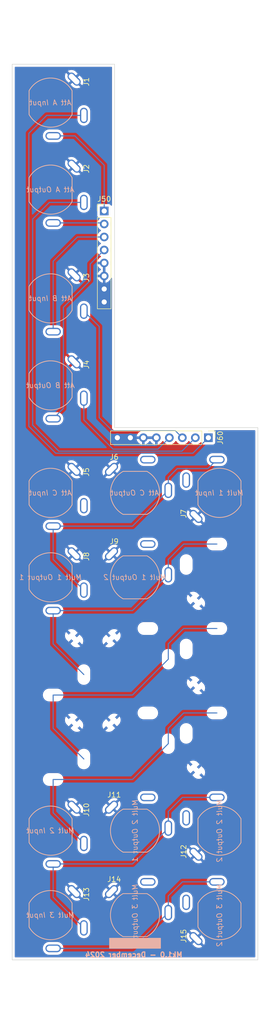
<source format=kicad_pcb>
(kicad_pcb (version 20241229) (generator "pcbnew") (generator_version "9.0")
  (title_block (rev "1") (company "DMH Instruments") (comment 1 "10cm Kosmo format synthesizer module PCB"))
  (layers (0 "F.Cu" signal) (2 "B.Cu" signal) (13 "F.Paste" user) (15 "B.Paste" user) (5 "F.SilkS" user "F.Silkscreen") (7 "B.SilkS" user "B.Silkscreen") (1 "F.Mask" user) (3 "B.Mask" user) (25 "Edge.Cuts" user))
  (net 0 "")
  (net 1 "/Inputs and Outputs/Att A Input Jack")
  (net 2 "Net-(J60-Pin_1)")
  (net 3 "GND")
  (net 4 "/Inputs and Outputs/Att A Output Jack")
  (net 5 "Net-(J60-Pin_2)")
  (net 6 "/Inputs and Outputs/Att B Input Jack")
  (net 7 "/Inputs and Outputs/Att B Output Jack")
  (net 8 "Net-(J60-Pin_4)")
  (net 9 "/Inputs and Outputs/Att C Input Jack")
  (net 10 "/Inputs and Outputs/Att C Output Jack")
  (net 11 "Net-(J60-Pin_6)")
  (net 13 "Net-(J10-PadT)")
  (net 15 "Net-(J10-PadTN)")
  (net 19 "Net-(J13-PadT)")
  (footprint "SynthStuff:CUI_MJ-63052A" (layer "F.Cu") (at 58.5 192.25 -90)
    (property "Reference" "J10" (at -4.075 -7 90) (layer "F.SilkS"))
    (property "Value" "TS_Jack_6.35mm_Sw")
    (property "Function" "Mult 2 Input" (at 0 0 0) (layer "B.SilkS") (effects (font (thickness 0.15) (italic yes)) (justify mirror)))
    (fp_line (start 0 4.2) (end -2.35 4.2) (stroke (width 0.15)) (layer "F.SilkS"))
    (fp_line (start 0 4.2) (end 2.35 4.2) (stroke (width 0.15)) (layer "F.SilkS"))
    (fp_line (start 0 -4.2) (end -2.35 -4.2) (stroke (width 0.15)) (layer "F.SilkS"))
    (fp_line (start 0 -4.2) (end 2.35 -4.2) (stroke (width 0.15)) (layer "F.SilkS"))
    (fp_arc (start -2.343778 4.188879) (mid -4.14066 2.427948) (end -4.8 0) (stroke (width 0.15)) (layer "F.SilkS"))
    (fp_arc (start -4.8 0) (mid -4.14066 -2.427948) (end -2.343778 -4.188879) (stroke (width 0.15)) (layer "F.SilkS"))
    (fp_arc (start 4.8 0) (mid 4.14066 2.427948) (end 2.343778 4.188879) (stroke (width 0.15)) (layer "F.SilkS"))
    (fp_arc (start 2.343778 -4.188879) (mid 4.14066 -2.427948) (end 4.8 0) (stroke (width 0.15)) (layer "F.SilkS"))
    (fp_line (start 0 4.2) (end -2.35 4.2) (stroke (width 0.15)) (layer "B.SilkS"))
    (fp_line (start 0 4.2) (end 2.35 4.2) (stroke (width 0.15)) (layer "B.SilkS"))
    (fp_line (start 0 -4.2) (end -2.35 -4.2) (stroke (width 0.15)) (layer "B.SilkS"))
    (fp_line (start 0 -4.2) (end 2.35 -4.2) (stroke (width 0.15)) (layer "B.SilkS"))
    (fp_arc (start -2.343778 4.188879) (mid -4.14066 2.427948) (end -4.8 0) (stroke (width 0.15)) (layer "B.SilkS"))
    (fp_arc (start -4.8 0) (mid -4.14066 -2.427948) (end -2.343778 -4.188879) (stroke (width 0.15)) (layer "B.SilkS"))
    (fp_arc (start 4.8 0) (mid 4.14066 2.427948) (end 2.343778 4.188879) (stroke (width 0.15)) (layer "B.SilkS"))
    (fp_arc (start 2.343778 -4.188879) (mid 4.14066 -2.427948) (end 4.8 0) (stroke (width 0.15)) (layer "B.SilkS"))
    (pad "S" thru_hole oval (at -4.59619 -4.59619 225) (size 1.508 3.016) (drill oval 1 2.5) (layers "*.Cu" "*.Mask") (net 3 "GND"))
    (pad "T" thru_hole oval (at 6.5 -0.5 270) (size 1.508 3.016) (drill oval 1 2.5) (layers "*.Cu" "*.Mask") (net 13 "Net-(J10-PadT)"))
    (pad "TN" thru_hole oval (at 2.5 -6.5 270) (size 3.016 1.508) (drill oval 2.5 1) (layers "*.Cu" "*.Mask") (net 15 "Net-(J10-PadTN)"))
  )
  (footprint "SynthStuff:CUI_MJ-63052A" (layer "F.Cu") (at 75 142.75)
    (property "Reference" "J9" (at -4.075 -7 0) (layer "F.SilkS"))
    (property "Value" "TS_Jack_6.35mm_Sw")
    (property "Function" "Mult 1 Output 2" (at 0 0 0) (layer "B.SilkS") (effects (font (thickness 0.15) (italic yes)) (justify mirror)))
    (fp_line (start 0 -4.2) (end -2.35 -4.2) (stroke (width 0.15)) (layer "F.SilkS"))
    (fp_line (start 0 -4.2) (end 2.35 -4.2) (stroke (width 0.15)) (layer "F.SilkS"))
    (fp_line (start 0 4.2) (end -2.35 4.2) (stroke (width 0.15)) (layer "F.SilkS"))
    (fp_line (start 0 4.2) (end 2.35 4.2) (stroke (width 0.15)) (layer "F.SilkS"))
    (fp_arc (start -4.8 0) (mid -4.14066 -2.427948) (end -2.343778 -4.188879) (stroke (width 0.15)) (layer "F.SilkS"))
    (fp_arc (start -2.343778 4.188879) (mid -4.14066 2.427948) (end -4.8 0) (stroke (width 0.15)) (layer "F.SilkS"))
    (fp_arc (start 2.343778 -4.188879) (mid 4.14066 -2.427948) (end 4.8 0) (stroke (width 0.15)) (layer "F.SilkS"))
    (fp_arc (start 4.8 0) (mid 4.14066 2.427948) (end 2.343778 4.188879) (stroke (width 0.15)) (layer "F.SilkS"))
    (fp_line (start 0 -4.2) (end -2.35 -4.2) (stroke (width 0.15)) (layer "B.SilkS"))
    (fp_line (start 0 -4.2) (end 2.35 -4.2) (stroke (width 0.15)) (layer "B.SilkS"))
    (fp_line (start 0 4.2) (end -2.35 4.2) (stroke (width 0.15)) (layer "B.SilkS"))
    (fp_line (start 0 4.2) (end 2.35 4.2) (stroke (width 0.15)) (layer "B.SilkS"))
    (fp_arc (start -4.8 0) (mid -4.14066 -2.427948) (end -2.343778 -4.188879) (stroke (width 0.15)) (layer "B.SilkS"))
    (fp_arc (start -2.343778 4.188879) (mid -4.14066 2.427948) (end -4.8 0) (stroke (width 0.15)) (layer "B.SilkS"))
    (fp_arc (start 2.343778 -4.188879) (mid 4.14066 -2.427948) (end 4.8 0) (stroke (width 0.15)) (layer "B.SilkS"))
    (fp_arc (start 4.8 0) (mid 4.14066 2.427948) (end 2.343778 4.188879) (stroke (width 0.15)) (layer "B.SilkS"))
    (pad "S" thru_hole oval (at -4.59619 -4.59619 315) (size 1.508 3.016) (drill oval 1 2.5) (layers "*.Cu" "*.Mask") (net 3 "GND"))
    (pad "T" thru_hole oval (at 6.5 -0.5) (size 1.508 3.016) (drill oval 1 2.5) (layers "*.Cu" "*.Mask") (net 15 "Net-(J10-PadTN)"))
    (pad "TN" thru_hole oval (at 2.5 -6.5) (size 3.016 1.508) (drill oval 2.5 1) (layers "*.Cu" "*.Mask"))
  )
  (footprint "SynthStuff:CUI_MJ-63052A" (layer "F.Cu") (at 75 126.25)
    (property "Reference" "J6" (at -4.075 -7 0) (layer "F.SilkS"))
    (property "Value" "TS_Jack_6.35mm_Sw")
    (property "Function" "Att C Output" (at 0 0 0) (layer "B.SilkS") (effects (font (thickness 0.15) (italic yes)) (justify mirror)))
    (fp_line (start 0 -4.2) (end -2.35 -4.2) (stroke (width 0.15)) (layer "F.SilkS"))
    (fp_line (start 0 -4.2) (end 2.35 -4.2) (stroke (width 0.15)) (layer "F.SilkS"))
    (fp_line (start 0 4.2) (end -2.35 4.2) (stroke (width 0.15)) (layer "F.SilkS"))
    (fp_line (start 0 4.2) (end 2.35 4.2) (stroke (width 0.15)) (layer "F.SilkS"))
    (fp_arc (start -4.8 0) (mid -4.14066 -2.427948) (end -2.343778 -4.188879) (stroke (width 0.15)) (layer "F.SilkS"))
    (fp_arc (start -2.343778 4.188879) (mid -4.14066 2.427948) (end -4.8 0) (stroke (width 0.15)) (layer "F.SilkS"))
    (fp_arc (start 2.343778 -4.188879) (mid 4.14066 -2.427948) (end 4.8 0) (stroke (width 0.15)) (layer "F.SilkS"))
    (fp_arc (start 4.8 0) (mid 4.14066 2.427948) (end 2.343778 4.188879) (stroke (width 0.15)) (layer "F.SilkS"))
    (fp_line (start 0 -4.2) (end -2.35 -4.2) (stroke (width 0.15)) (layer "B.SilkS"))
    (fp_line (start 0 -4.2) (end 2.35 -4.2) (stroke (width 0.15)) (layer "B.SilkS"))
    (fp_line (start 0 4.2) (end -2.35 4.2) (stroke (width 0.15)) (layer "B.SilkS"))
    (fp_line (start 0 4.2) (end 2.35 4.2) (stroke (width 0.15)) (layer "B.SilkS"))
    (fp_arc (start -4.8 0) (mid -4.14066 -2.427948) (end -2.343778 -4.188879) (stroke (width 0.15)) (layer "B.SilkS"))
    (fp_arc (start -2.343778 4.188879) (mid -4.14066 2.427948) (end -4.8 0) (stroke (width 0.15)) (layer "B.SilkS"))
    (fp_arc (start 2.343778 -4.188879) (mid 4.14066 -2.427948) (end 4.8 0) (stroke (width 0.15)) (layer "B.SilkS"))
    (fp_arc (start 4.8 0) (mid 4.14066 2.427948) (end 2.343778 4.188879) (stroke (width 0.15)) (layer "B.SilkS"))
    (pad "S" thru_hole oval (at -4.59619 -4.59619 315) (size 1.508 3.016) (drill oval 1 2.5) (layers "*.Cu" "*.Mask") (net 3 "GND"))
    (pad "T" thru_hole oval (at 6.5 -0.5) (size 1.508 3.016) (drill oval 1 2.5) (layers "*.Cu" "*.Mask") (net 10 "/Inputs and Outputs/Att C Output Jack"))
    (pad "TN" thru_hole oval (at 2.5 -6.5) (size 3.016 1.508) (drill oval 2.5 1) (layers "*.Cu" "*.Mask") (net 11 "Net-(J60-Pin_6)"))
  )
  (footprint "Connector_PinHeader_2.54mm:PinHeader_1x08_P2.54mm_Vertical" (layer "F.Cu") (at 68.975 71.175)
    (property "Reference" "J50" (at 0 -2.33 0) (layer "F.SilkS"))
    (property "Value" "Conn_01x08")
    (fp_line (start -1.33 -1.33) (end 0 -1.33) (stroke (width 0.12)) (layer "F.SilkS"))
    (fp_line (start -1.33 0) (end -1.33 -1.33) (stroke (width 0.12)) (layer "F.SilkS"))
    (fp_line (start -1.33 1.27) (end -1.33 19.11) (stroke (width 0.12)) (layer "F.SilkS"))
    (fp_line (start -1.33 1.27) (end 1.33 1.27) (stroke (width 0.12)) (layer "F.SilkS"))
    (fp_line (start -1.33 19.11) (end 1.33 19.11) (stroke (width 0.12)) (layer "F.SilkS"))
    (fp_line (start 1.33 1.27) (end 1.33 19.11) (stroke (width 0.12)) (layer "F.SilkS"))
    (pad "1" thru_hole rect (at 0 0) (size 1.7 1.7) (drill 1) (layers "*.Cu" "*.Mask") (net 1 "/Inputs and Outputs/Att A Input Jack"))
    (pad "2" thru_hole oval (at 0 2.54) (size 1.7 1.7) (drill 1) (layers "*.Cu" "*.Mask") (net 4 "/Inputs and Outputs/Att A Output Jack"))
    (pad "3" thru_hole oval (at 0 5.08) (size 1.7 1.7) (drill 1) (layers "*.Cu" "*.Mask") (net 6 "/Inputs and Outputs/Att B Input Jack"))
    (pad "4" thru_hole oval (at 0 7.62) (size 1.7 1.7) (drill 1) (layers "*.Cu" "*.Mask") (net 7 "/Inputs and Outputs/Att B Output Jack"))
    (pad "5" thru_hole oval (at 0 10.16) (size 1.7 1.7) (drill 1) (layers "*.Cu" "*.Mask") (net 9 "/Inputs and Outputs/Att C Input Jack"))
    (pad "6" thru_hole oval (at 0 12.7) (size 1.7 1.7) (drill 1) (layers "*.Cu" "*.Mask") (net 10 "/Inputs and Outputs/Att C Output Jack"))
    (pad "7" thru_hole oval (at 0 15.24) (size 1.7 1.7) (drill 1) (layers "*.Cu" "*.Mask") (net 3 "GND"))
    (pad "8" thru_hole oval (at 0 17.78) (size 1.7 1.7) (drill 1) (layers "*.Cu" "*.Mask") (net 3 "GND"))
  )
  (footprint "SynthStuff:CUI_MJ-63052A" (layer "F.Cu") (at 58.5 50 -90)
    (property "Reference" "J1" (at -4.075 -7 270) (layer "F.SilkS"))
    (property "Value" "TS_Jack_6.35mm_Sw")
    (property "Function" "Att A Input" (at 0 0 180) (layer "B.SilkS") (effects (font (thickness 0.15) (italic yes)) (justify mirror)))
    (fp_line (start 0 4.2) (end -2.35 4.2) (stroke (width 0.15)) (layer "F.SilkS"))
    (fp_line (start 0 4.2) (end 2.35 4.2) (stroke (width 0.15)) (layer "F.SilkS"))
    (fp_line (start 0 -4.2) (end -2.35 -4.2) (stroke (width 0.15)) (layer "F.SilkS"))
    (fp_line (start 0 -4.2) (end 2.35 -4.2) (stroke (width 0.15)) (layer "F.SilkS"))
    (fp_arc (start -2.343778 4.188879) (mid -4.14066 2.427948) (end -4.8 0) (stroke (width 0.15)) (layer "F.SilkS"))
    (fp_arc (start -4.8 0) (mid -4.14066 -2.427948) (end -2.343778 -4.188879) (stroke (width 0.15)) (layer "F.SilkS"))
    (fp_arc (start 4.8 0) (mid 4.14066 2.427948) (end 2.343778 4.188879) (stroke (width 0.15)) (layer "F.SilkS"))
    (fp_arc (start 2.343778 -4.188879) (mid 4.14066 -2.427948) (end 4.8 0) (stroke (width 0.15)) (layer "F.SilkS"))
    (fp_line (start 0 4.2) (end -2.35 4.2) (stroke (width 0.15)) (layer "B.SilkS"))
    (fp_line (start 0 4.2) (end 2.35 4.2) (stroke (width 0.15)) (layer "B.SilkS"))
    (fp_line (start 0 -4.2) (end -2.35 -4.2) (stroke (width 0.15)) (layer "B.SilkS"))
    (fp_line (start 0 -4.2) (end 2.35 -4.2) (stroke (width 0.15)) (layer "B.SilkS"))
    (fp_arc (start -2.343778 4.188879) (mid -4.14066 2.427948) (end -4.8 0) (stroke (width 0.15)) (layer "B.SilkS"))
    (fp_arc (start -4.8 0) (mid -4.14066 -2.427948) (end -2.343778 -4.188879) (stroke (width 0.15)) (layer "B.SilkS"))
    (fp_arc (start 4.8 0) (mid 4.14066 2.427948) (end 2.343778 4.188879) (stroke (width 0.15)) (layer "B.SilkS"))
    (fp_arc (start 2.343778 -4.188879) (mid 4.14066 -2.427948) (end 4.8 0) (stroke (width 0.15)) (layer "B.SilkS"))
    (pad "S" thru_hole oval (at -4.59619 -4.59619 225) (size 1.508 3.016) (drill oval 1 2.5) (layers "*.Cu" "*.Mask") (net 3 "GND"))
    (pad "T" thru_hole oval (at 6.5 -0.5 270) (size 1.508 3.016) (drill oval 1 2.5) (layers "*.Cu" "*.Mask") (net 1 "/Inputs and Outputs/Att A Input Jack"))
    (pad "TN" thru_hole oval (at 2.5 -6.5 270) (size 3.016 1.508) (drill oval 2.5 1) (layers "*.Cu" "*.Mask") (net 2 "Net-(J60-Pin_1)"))
  )
  (footprint "SynthStuff:CUI_MJ-63052A" (layer "F.Cu") (at 58.5 142.75 -90)
    (property "Reference" "J8" (at -4.075 -7 270) (layer "F.SilkS"))
    (property "Value" "TS_Jack_6.35mm_Sw")
    (property "Function" "Mult 1 Output 1" (at 0 0 0) (layer "B.SilkS") (effects (font (thickness 0.15) (italic yes)) (justify mirror)))
    (fp_line (start 0 4.2) (end -2.35 4.2) (stroke (width 0.15)) (layer "F.SilkS"))
    (fp_line (start 0 4.2) (end 2.35 4.2) (stroke (width 0.15)) (layer "F.SilkS"))
    (fp_line (start 0 -4.2) (end -2.35 -4.2) (stroke (width 0.15)) (layer "F.SilkS"))
    (fp_line (start 0 -4.2) (end 2.35 -4.2) (stroke (width 0.15)) (layer "F.SilkS"))
    (fp_arc (start -2.343778 4.188879) (mid -4.14066 2.427948) (end -4.8 0) (stroke (width 0.15)) (layer "F.SilkS"))
    (fp_arc (start -4.8 0) (mid -4.14066 -2.427948) (end -2.343778 -4.188879) (stroke (width 0.15)) (layer "F.SilkS"))
    (fp_arc (start 4.8 0) (mid 4.14066 2.427948) (end 2.343778 4.188879) (stroke (width 0.15)) (layer "F.SilkS"))
    (fp_arc (start 2.343778 -4.188879) (mid 4.14066 -2.427948) (end 4.8 0) (stroke (width 0.15)) (layer "F.SilkS"))
    (fp_line (start 0 4.2) (end -2.35 4.2) (stroke (width 0.15)) (layer "B.SilkS"))
    (fp_line (start 0 4.2) (end 2.35 4.2) (stroke (width 0.15)) (layer "B.SilkS"))
    (fp_line (start 0 -4.2) (end -2.35 -4.2) (stroke (width 0.15)) (layer "B.SilkS"))
    (fp_line (start 0 -4.2) (end 2.35 -4.2) (stroke (width 0.15)) (layer "B.SilkS"))
    (fp_arc (start -2.343778 4.188879) (mid -4.14066 2.427948) (end -4.8 0) (stroke (width 0.15)) (layer "B.SilkS"))
    (fp_arc (start -4.8 0) (mid -4.14066 -2.427948) (end -2.343778 -4.188879) (stroke (width 0.15)) (layer "B.SilkS"))
    (fp_arc (start 4.8 0) (mid 4.14066 2.427948) (end 2.343778 4.188879) (stroke (width 0.15)) (layer "B.SilkS"))
    (fp_arc (start 2.343778 -4.188879) (mid 4.14066 -2.427948) (end 4.8 0) (stroke (width 0.15)) (layer "B.SilkS"))
    (pad "S" thru_hole oval (at -4.59619 -4.59619 225) (size 1.508 3.016) (drill oval 1 2.5) (layers "*.Cu" "*.Mask") (net 3 "GND"))
    (pad "T" thru_hole oval (at 6.5 -0.5 270) (size 1.508 3.016) (drill oval 1 2.5) (layers "*.Cu" "*.Mask") (net 15 "Net-(J10-PadTN)"))
    (pad "TN" thru_hole oval (at 2.5 -6.5 270) (size 3.016 1.508) (drill oval 2.5 1) (layers "*.Cu" "*.Mask"))
  )
  (footprint "SynthStuff:CUI_MJ-63052A" (layer "F.Cu") (at 91.5 126.25 90)
    (property "Reference" "J7" (at -4.075 -7 90) (layer "F.SilkS"))
    (property "Value" "TS_Jack_6.35mm_Sw")
    (property "Function" "Mult 1 Input" (at 0 0 180) (layer "B.SilkS") (effects (font (thickness 0.15) (italic yes)) (justify mirror)))
    (fp_line (start 0 -4.2) (end 2.35 -4.2) (stroke (width 0.15)) (layer "F.SilkS"))
    (fp_line (start 0 -4.2) (end -2.35 -4.2) (stroke (width 0.15)) (layer "F.SilkS"))
    (fp_line (start 0 4.2) (end 2.35 4.2) (stroke (width 0.15)) (layer "F.SilkS"))
    (fp_line (start 0 4.2) (end -2.35 4.2) (stroke (width 0.15)) (layer "F.SilkS"))
    (fp_arc (start 2.343778 -4.188879) (mid 4.14066 -2.427948) (end 4.8 0) (stroke (width 0.15)) (layer "F.SilkS"))
    (fp_arc (start 4.8 0) (mid 4.14066 2.427948) (end 2.343778 4.188879) (stroke (width 0.15)) (layer "F.SilkS"))
    (fp_arc (start -4.8 0) (mid -4.14066 -2.427948) (end -2.343778 -4.188879) (stroke (width 0.15)) (layer "F.SilkS"))
    (fp_arc (start -2.343778 4.188879) (mid -4.14066 2.427948) (end -4.8 0) (stroke (width 0.15)) (layer "F.SilkS"))
    (fp_line (start 0 -4.2) (end 2.35 -4.2) (stroke (width 0.15)) (layer "B.SilkS"))
    (fp_line (start 0 -4.2) (end -2.35 -4.2) (stroke (width 0.15)) (layer "B.SilkS"))
    (fp_line (start 0 4.2) (end 2.35 4.2) (stroke (width 0.15)) (layer "B.SilkS"))
    (fp_line (start 0 4.2) (end -2.35 4.2) (stroke (width 0.15)) (layer "B.SilkS"))
    (fp_arc (start 2.343778 -4.188879) (mid 4.14066 -2.427948) (end 4.8 0) (stroke (width 0.15)) (layer "B.SilkS"))
    (fp_arc (start 4.8 0) (mid 4.14066 2.427948) (end 2.343778 4.188879) (stroke (width 0.15)) (layer "B.SilkS"))
    (fp_arc (start -4.8 0) (mid -4.14066 -2.427948) (end -2.343778 -4.188879) (stroke (width 0.15)) (layer "B.SilkS"))
    (fp_arc (start -2.343778 4.188879) (mid -4.14066 2.427948) (end -4.8 0) (stroke (width 0.15)) (layer "B.SilkS"))
    (pad "S" thru_hole oval (at -4.59619 -4.59619 45) (size 1.508 3.016) (drill oval 1 2.5) (layers "*.Cu" "*.Mask") (net 3 "GND"))
    (pad "T" thru_hole oval (at 6.5 -0.5 90) (size 1.508 3.016) (drill oval 1 2.5) (layers "*.Cu" "*.Mask") (net 15 "Net-(J10-PadTN)"))
    (pad "TN" thru_hole oval (at 2.5 -6.5 90) (size 3.016 1.508) (drill oval 2.5 1) (layers "*.Cu" "*.Mask"))
  )
  (footprint "Connector_PinHeader_2.54mm:PinHeader_1x08_P2.54mm_Vertical" (layer "F.Cu") (at 89.325 115.475 -90)
    (property "Reference" "J60" (at 0 -2.33 270) (layer "F.SilkS"))
    (property "Value" "Conn_01x08")
    (fp_line (start -1.33 19.11) (end 1.33 19.11) (stroke (width 0.12)) (layer "F.SilkS"))
    (fp_line (start -1.33 1.27) (end -1.33 19.11) (stroke (width 0.12)) (layer "F.SilkS"))
    (fp_line (start -1.33 1.27) (end 1.33 1.27) (stroke (width 0.12)) (layer "F.SilkS"))
    (fp_line (start 1.33 1.27) (end 1.33 19.11) (stroke (width 0.12)) (layer "F.SilkS"))
    (fp_line (start -1.33 0) (end -1.33 -1.33) (stroke (width 0.12)) (layer "F.SilkS"))
    (fp_line (start -1.33 -1.33) (end 0 -1.33) (stroke (width 0.12)) (layer "F.SilkS"))
    (pad "1" thru_hole rect (at 0 0 270) (size 1.7 1.7) (drill 1) (layers "*.Cu" "*.Mask") (net 2 "Net-(J60-Pin_1)"))
    (pad "2" thru_hole oval (at 0 2.54 270) (size 1.7 1.7) (drill 1) (layers "*.Cu" "*.Mask") (net 5 "Net-(J60-Pin_2)"))
    (pad "3" thru_hole oval (at 0 5.08 270) (size 1.7 1.7) (drill 1) (layers "*.Cu" "*.Mask") (net 2 "Net-(J60-Pin_1)"))
    (pad "4" thru_hole oval (at 0 7.62 270) (size 1.7 1.7) (drill 1) (layers "*.Cu" "*.Mask") (net 8 "Net-(J60-Pin_4)"))
    (pad "5" thru_hole oval (at 0 10.16 270) (size 1.7 1.7) (drill 1) (layers "*.Cu" "*.Mask") (net 2 "Net-(J60-Pin_1)"))
    (pad "6" thru_hole oval (at 0 12.7 270) (size 1.7 1.7) (drill 1) (layers "*.Cu" "*.Mask") (net 11 "Net-(J60-Pin_6)"))
    (pad "7" thru_hole oval (at 0 15.24 270) (size 1.7 1.7) (drill 1) (layers "*.Cu" "*.Mask") (net 3 "GND"))
    (pad "8" thru_hole oval (at 0 17.78 270) (size 1.7 1.7) (drill 1) (layers "*.Cu" "*.Mask") (net 3 "GND"))
  )
  (footprint "SynthStuff:CUI_MJ-63052A" (layer "F.Cu") (at 75 192.25)
    (property "Reference" "J11" (at -4.075 -7 0) (layer "F.SilkS"))
    (property "Value" "TS_Jack_6.35mm_Sw")
    (property "Function" "Mult 2 Output 1" (at 0 0 90) (layer "B.SilkS") (effects (font (thickness 0.15) (italic yes)) (justify mirror)))
    (fp_line (start 0 -4.2) (end -2.35 -4.2) (stroke (width 0.15)) (layer "F.SilkS"))
    (fp_line (start 0 -4.2) (end 2.35 -4.2) (stroke (width 0.15)) (layer "F.SilkS"))
    (fp_line (start 0 4.2) (end -2.35 4.2) (stroke (width 0.15)) (layer "F.SilkS"))
    (fp_line (start 0 4.2) (end 2.35 4.2) (stroke (width 0.15)) (layer "F.SilkS"))
    (fp_arc (start -4.8 0) (mid -4.14066 -2.427948) (end -2.343778 -4.188879) (stroke (width 0.15)) (layer "F.SilkS"))
    (fp_arc (start -2.343778 4.188879) (mid -4.14066 2.427948) (end -4.8 0) (stroke (width 0.15)) (layer "F.SilkS"))
    (fp_arc (start 2.343778 -4.188879) (mid 4.14066 -2.427948) (end 4.8 0) (stroke (width 0.15)) (layer "F.SilkS"))
    (fp_arc (start 4.8 0) (mid 4.14066 2.427948) (end 2.343778 4.188879) (stroke (width 0.15)) (layer "F.SilkS"))
    (fp_line (start 0 -4.2) (end -2.35 -4.2) (stroke (width 0.15)) (layer "B.SilkS"))
    (fp_line (start 0 -4.2) (end 2.35 -4.2) (stroke (width 0.15)) (layer "B.SilkS"))
    (fp_line (start 0 4.2) (end -2.35 4.2) (stroke (width 0.15)) (layer "B.SilkS"))
    (fp_line (start 0 4.2) (end 2.35 4.2) (stroke (width 0.15)) (layer "B.SilkS"))
    (fp_arc (start -4.8 0) (mid -4.14066 -2.427948) (end -2.343778 -4.188879) (stroke (width 0.15)) (layer "B.SilkS"))
    (fp_arc (start -2.343778 4.188879) (mid -4.14066 2.427948) (end -4.8 0) (stroke (width 0.15)) (layer "B.SilkS"))
    (fp_arc (start 2.343778 -4.188879) (mid 4.14066 -2.427948) (end 4.8 0) (stroke (width 0.15)) (layer "B.SilkS"))
    (fp_arc (start 4.8 0) (mid 4.14066 2.427948) (end 2.343778 4.188879) (stroke (width 0.15)) (layer "B.SilkS"))
    (pad "S" thru_hole oval (at -4.59619 -4.59619 315) (size 1.508 3.016) (drill oval 1 2.5) (layers "*.Cu" "*.Mask") (net 3 "GND"))
    (pad "T" thru_hole oval (at 6.5 -0.5) (size 1.508 3.016) (drill oval 1 2.5) (layers "*.Cu" "*.Mask") (net 13 "Net-(J10-PadT)"))
    (pad "TN" thru_hole oval (at 2.5 -6.5) (size 3.016 1.508) (drill oval 2.5 1) (layers "*.Cu" "*.Mask"))
  )
  (footprint "SynthStuff:CUI_MJ-63052A" (layer "F.Cu") (at 58.5 208.75 -90)
    (property "Reference" "J13" (at -4.075 -7 90) (layer "F.SilkS"))
    (property "Value" "TS_Jack_6.35mm_Sw")
    (property "Function" "Mult 3 Input" (at 0 0 0) (layer "B.SilkS") (effects (font (thickness 0.15) (italic yes)) (justify mirror)))
    (fp_line (start 0 4.2) (end -2.35 4.2) (stroke (width 0.15)) (layer "F.SilkS"))
    (fp_line (start 0 4.2) (end 2.35 4.2) (stroke (width 0.15)) (layer "F.SilkS"))
    (fp_line (start 0 -4.2) (end -2.35 -4.2) (stroke (width 0.15)) (layer "F.SilkS"))
    (fp_line (start 0 -4.2) (end 2.35 -4.2) (stroke (width 0.15)) (layer "F.SilkS"))
    (fp_arc (start -2.343778 4.188879) (mid -4.14066 2.427948) (end -4.8 0) (stroke (width 0.15)) (layer "F.SilkS"))
    (fp_arc (start -4.8 0) (mid -4.14066 -2.427948) (end -2.343778 -4.188879) (stroke (width 0.15)) (layer "F.SilkS"))
    (fp_arc (start 4.8 0) (mid 4.14066 2.427948) (end 2.343778 4.188879) (stroke (width 0.15)) (layer "F.SilkS"))
    (fp_arc (start 2.343778 -4.188879) (mid 4.14066 -2.427948) (end 4.8 0) (stroke (width 0.15)) (layer "F.SilkS"))
    (fp_line (start 0 4.2) (end -2.35 4.2) (stroke (width 0.15)) (layer "B.SilkS"))
    (fp_line (start 0 4.2) (end 2.35 4.2) (stroke (width 0.15)) (layer "B.SilkS"))
    (fp_line (start 0 -4.2) (end -2.35 -4.2) (stroke (width 0.15)) (layer "B.SilkS"))
    (fp_line (start 0 -4.2) (end 2.35 -4.2) (stroke (width 0.15)) (layer "B.SilkS"))
    (fp_arc (start -2.343778 4.188879) (mid -4.14066 2.427948) (end -4.8 0) (stroke (width 0.15)) (layer "B.SilkS"))
    (fp_arc (start -4.8 0) (mid -4.14066 -2.427948) (end -2.343778 -4.188879) (stroke (width 0.15)) (layer "B.SilkS"))
    (fp_arc (start 4.8 0) (mid 4.14066 2.427948) (end 2.343778 4.188879) (stroke (width 0.15)) (layer "B.SilkS"))
    (fp_arc (start 2.343778 -4.188879) (mid 4.14066 -2.427948) (end 4.8 0) (stroke (width 0.15)) (layer "B.SilkS"))
    (pad "S" thru_hole oval (at -4.59619 -4.59619 225) (size 1.508 3.016) (drill oval 1 2.5) (layers "*.Cu" "*.Mask") (net 3 "GND"))
    (pad "T" thru_hole oval (at 6.5 -0.5 270) (size 1.508 3.016) (drill oval 1 2.5) (layers "*.Cu" "*.Mask") (net 19 "Net-(J13-PadT)"))
    (pad "TN" thru_hole oval (at 2.5 -6.5 270) (size 3.016 1.508) (drill oval 2.5 1) (layers "*.Cu" "*.Mask") (net 13 "Net-(J10-PadT)"))
  )
  (footprint "SynthStuff:CUI_MJ-63052A" (layer "F.Cu") (at 91.5 208.75 90)
    (property "Reference" "J15" (at -4.075 -7 90) (layer "F.SilkS"))
    (property "Value" "TS_Jack_6.35mm_Sw")
    (property "Function" "Mult 3 Output 2" (at 0 0 90) (layer "B.SilkS") (effects (font (thickness 0.15) (italic yes)) (justify mirror)))
    (fp_line (start 0 -4.2) (end 2.35 -4.2) (stroke (width 0.15)) (layer "F.SilkS"))
    (fp_line (start 0 -4.2) (end -2.35 -4.2) (stroke (width 0.15)) (layer "F.SilkS"))
    (fp_line (start 0 4.2) (end 2.35 4.2) (stroke (width 0.15)) (layer "F.SilkS"))
    (fp_line (start 0 4.2) (end -2.35 4.2) (stroke (width 0.15)) (layer "F.SilkS"))
    (fp_arc (start 2.343778 -4.188879) (mid 4.14066 -2.427948) (end 4.8 0) (stroke (width 0.15)) (layer "F.SilkS"))
    (fp_arc (start 4.8 0) (mid 4.14066 2.427948) (end 2.343778 4.188879) (stroke (width 0.15)) (layer "F.SilkS"))
    (fp_arc (start -4.8 0) (mid -4.14066 -2.427948) (end -2.343778 -4.188879) (stroke (width 0.15)) (layer "F.SilkS"))
    (fp_arc (start -2.343778 4.188879) (mid -4.14066 2.427948) (end -4.8 0) (stroke (width 0.15)) (layer "F.SilkS"))
    (fp_line (start 0 -4.2) (end 2.35 -4.2) (stroke (width 0.15)) (layer "B.SilkS"))
    (fp_line (start 0 -4.2) (end -2.35 -4.2) (stroke (width 0.15)) (layer "B.SilkS"))
    (fp_line (start 0 4.2) (end 2.35 4.2) (stroke (width 0.15)) (layer "B.SilkS"))
    (fp_line (start 0 4.2) (end -2.35 4.2) (stroke (width 0.15)) (layer "B.SilkS"))
    (fp_arc (start 2.343778 -4.188879) (mid 4.14066 -2.427948) (end 4.8 0) (stroke (width 0.15)) (layer "B.SilkS"))
    (fp_arc (start 4.8 0) (mid 4.14066 2.427948) (end 2.343778 4.188879) (stroke (width 0.15)) (layer "B.SilkS"))
    (fp_arc (start -4.8 0) (mid -4.14066 -2.427948) (end -2.343778 -4.188879) (stroke (width 0.15)) (layer "B.SilkS"))
    (fp_arc (start -2.343778 4.188879) (mid -4.14066 2.427948) (end -4.8 0) (stroke (width 0.15)) (layer "B.SilkS"))
    (pad "S" thru_hole oval (at -4.59619 -4.59619 45) (size 1.508 3.016) (drill oval 1 2.5) (layers "*.Cu" "*.Mask") (net 3 "GND"))
    (pad "T" thru_hole oval (at 6.5 -0.5 90) (size 1.508 3.016) (drill oval 1 2.5) (layers "*.Cu" "*.Mask") (net 19 "Net-(J13-PadT)"))
    (pad "TN" thru_hole oval (at 2.5 -6.5 90) (size 3.016 1.508) (drill oval 2.5 1) (layers "*.Cu" "*.Mask"))
  )
  (footprint "SynthStuff:CUI_MJ-63052A" (layer "F.Cu") (at 91.5 192.25 90)
    (property "Reference" "J12" (at -4.075 -7 90) (layer "F.SilkS"))
    (property "Value" "TS_Jack_6.35mm_Sw")
    (property "Function" "Mult 2 Output 2" (at 0 0 90) (layer "B.SilkS") (effects (font (thickness 0.15) (italic yes)) (justify mirror)))
    (fp_line (start 0 -4.2) (end 2.35 -4.2) (stroke (width 0.15)) (layer "F.SilkS"))
    (fp_line (start 0 -4.2) (end -2.35 -4.2) (stroke (width 0.15)) (layer "F.SilkS"))
    (fp_line (start 0 4.2) (end 2.35 4.2) (stroke (width 0.15)) (layer "F.SilkS"))
    (fp_line (start 0 4.2) (end -2.35 4.2) (stroke (width 0.15)) (layer "F.SilkS"))
    (fp_arc (start 2.343778 -4.188879) (mid 4.14066 -2.427948) (end 4.8 0) (stroke (width 0.15)) (layer "F.SilkS"))
    (fp_arc (start 4.8 0) (mid 4.14066 2.427948) (end 2.343778 4.188879) (stroke (width 0.15)) (layer "F.SilkS"))
    (fp_arc (start -4.8 0) (mid -4.14066 -2.427948) (end -2.343778 -4.188879) (stroke (width 0.15)) (layer "F.SilkS"))
    (fp_arc (start -2.343778 4.188879) (mid -4.14066 2.427948) (end -4.8 0) (stroke (width 0.15)) (layer "F.SilkS"))
    (fp_line (start 0 -4.2) (end 2.35 -4.2) (stroke (width 0.15)) (layer "B.SilkS"))
    (fp_line (start 0 -4.2) (end -2.35 -4.2) (stroke (width 0.15)) (layer "B.SilkS"))
    (fp_line (start 0 4.2) (end 2.35 4.2) (stroke (width 0.15)) (layer "B.SilkS"))
    (fp_line (start 0 4.2) (end -2.35 4.2) (stroke (width 0.15)) (layer "B.SilkS"))
    (fp_arc (start 2.343778 -4.188879) (mid 4.14066 -2.427948) (end 4.8 0) (stroke (width 0.15)) (layer "B.SilkS"))
    (fp_arc (start 4.8 0) (mid 4.14066 2.427948) (end 2.343778 4.188879) (stroke (width 0.15)) (layer "B.SilkS"))
    (fp_arc (start -4.8 0) (mid -4.14066 -2.427948) (end -2.343778 -4.188879) (stroke (width 0.15)) (layer "B.SilkS"))
    (fp_arc (start -2.343778 4.188879) (mid -4.14066 2.427948) (end -4.8 0) (stroke (width 0.15)) (layer "B.SilkS"))
    (pad "S" thru_hole oval (at -4.59619 -4.59619 45) (size 1.508 3.016) (drill oval 1 2.5) (layers "*.Cu" "*.Mask") (net 3 "GND"))
    (pad "T" thru_hole oval (at 6.5 -0.5 90) (size 1.508 3.016) (drill oval 1 2.5) (layers "*.Cu" "*.Mask") (net 13 "Net-(J10-PadT)"))
    (pad "TN" thru_hole oval (at 2.5 -6.5 90) (size 3.016 1.508) (drill oval 2.5 1) (layers "*.Cu" "*.Mask"))
  )
  (footprint "SynthStuff:CUI_MJ-63052A" (layer "F.Cu") (at 58.5 126.25 -90)
    (property "Reference" "J5" (at -4.075 -7 270) (layer "F.SilkS"))
    (property "Value" "TS_Jack_6.35mm_Sw")
    (property "Function" "Att C Input" (at 0 0 0) (layer "B.SilkS") (effects (font (thickness 0.15) (italic yes)) (justify mirror)))
    (fp_line (start 0 4.2) (end -2.35 4.2) (stroke (width 0.15)) (layer "F.SilkS"))
    (fp_line (start 0 4.2) (end 2.35 4.2) (stroke (width 0.15)) (layer "F.SilkS"))
    (fp_line (start 0 -4.2) (end -2.35 -4.2) (stroke (width 0.15)) (layer "F.SilkS"))
    (fp_line (start 0 -4.2) (end 2.35 -4.2) (stroke (width 0.15)) (layer "F.SilkS"))
    (fp_arc (start -2.343778 4.188879) (mid -4.14066 2.427948) (end -4.8 0) (stroke (width 0.15)) (layer "F.SilkS"))
    (fp_arc (start -4.8 0) (mid -4.14066 -2.427948) (end -2.343778 -4.188879) (stroke (width 0.15)) (layer "F.SilkS"))
    (fp_arc (start 4.8 0) (mid 4.14066 2.427948) (end 2.343778 4.188879) (stroke (width 0.15)) (layer "F.SilkS"))
    (fp_arc (start 2.343778 -4.188879) (mid 4.14066 -2.427948) (end 4.8 0) (stroke (width 0.15)) (layer "F.SilkS"))
    (fp_line (start 0 4.2) (end -2.35 4.2) (stroke (width 0.15)) (layer "B.SilkS"))
    (fp_line (start 0 4.2) (end 2.35 4.2) (stroke (width 0.15)) (layer "B.SilkS"))
    (fp_line (start 0 -4.2) (end -2.35 -4.2) (stroke (width 0.15)) (layer "B.SilkS"))
    (fp_line (start 0 -4.2) (end 2.35 -4.2) (stroke (width 0.15)) (layer "B.SilkS"))
    (fp_arc (start -2.343778 4.188879) (mid -4.14066 2.427948) (end -4.8 0) (stroke (width 0.15)) (layer "B.SilkS"))
    (fp_arc (start -4.8 0) (mid -4.14066 -2.427948) (end -2.343778 -4.188879) (stroke (width 0.15)) (layer "B.SilkS"))
    (fp_arc (start 4.8 0) (mid 4.14066 2.427948) (end 2.343778 4.188879) (stroke (width 0.15)) (layer "B.SilkS"))
    (fp_arc (start 2.343778 -4.188879) (mid 4.14066 -2.427948) (end 4.8 0) (stroke (width 0.15)) (layer "B.SilkS"))
    (pad "S" thru_hole oval (at -4.59619 -4.59619 225) (size 1.508 3.016) (drill oval 1 2.5) (layers "*.Cu" "*.Mask") (net 3 "GND"))
    (pad "T" thru_hole oval (at 6.5 -0.5 270) (size 1.508 3.016) (drill oval 1 2.5) (layers "*.Cu" "*.Mask") (net 9 "/Inputs and Outputs/Att C Input Jack"))
    (pad "TN" thru_hole oval (at 2.5 -6.5 270) (size 3.016 1.508) (drill oval 2.5 1) (layers "*.Cu" "*.Mask") (net 2 "Net-(J60-Pin_1)"))
  )
  (footprint "SynthStuff:CUI_MJ-63052A" (layer "F.Cu") (at 58.5 88.25 -90)
    (property "Reference" "J3" (at -4.075 -7 270) (layer "F.SilkS"))
    (property "Value" "TS_Jack_6.35mm_Sw")
    (property "Function" "Att B Input" (at 0 0 0) (layer "B.SilkS") (effects (font (thickness 0.15) (italic yes)) (justify mirror)))
    (fp_line (start 0 4.2) (end -2.35 4.2) (stroke (width 0.15)) (layer "F.SilkS"))
    (fp_line (start 0 4.2) (end 2.35 4.2) (stroke (width 0.15)) (layer "F.SilkS"))
    (fp_line (start 0 -4.2) (end -2.35 -4.2) (stroke (width 0.15)) (layer "F.SilkS"))
    (fp_line (start 0 -4.2) (end 2.35 -4.2) (stroke (width 0.15)) (layer "F.SilkS"))
    (fp_arc (start -2.343778 4.188879) (mid -4.14066 2.427948) (end -4.8 0) (stroke (width 0.15)) (layer "F.SilkS"))
    (fp_arc (start -4.8 0) (mid -4.14066 -2.427948) (end -2.343778 -4.188879) (stroke (width 0.15)) (layer "F.SilkS"))
    (fp_arc (start 4.8 0) (mid 4.14066 2.427948) (end 2.343778 4.188879) (stroke (width 0.15)) (layer "F.SilkS"))
    (fp_arc (start 2.343778 -4.188879) (mid 4.14066 -2.427948) (end 4.8 0) (stroke (width 0.15)) (layer "F.SilkS"))
    (fp_line (start 0 4.2) (end -2.35 4.2) (stroke (width 0.15)) (layer "B.SilkS"))
    (fp_line (start 0 4.2) (end 2.35 4.2) (stroke (width 0.15)) (layer "B.SilkS"))
    (fp_line (start 0 -4.2) (end -2.35 -4.2) (stroke (width 0.15)) (layer "B.SilkS"))
    (fp_line (start 0 -4.2) (end 2.35 -4.2) (stroke (width 0.15)) (layer "B.SilkS"))
    (fp_arc (start -2.343778 4.188879) (mid -4.14066 2.427948) (end -4.8 0) (stroke (width 0.15)) (layer "B.SilkS"))
    (fp_arc (start -4.8 0) (mid -4.14066 -2.427948) (end -2.343778 -4.188879) (stroke (width 0.15)) (layer "B.SilkS"))
    (fp_arc (start 4.8 0) (mid 4.14066 2.427948) (end 2.343778 4.188879) (stroke (width 0.15)) (layer "B.SilkS"))
    (fp_arc (start 2.343778 -4.188879) (mid 4.14066 -2.427948) (end 4.8 0) (stroke (width 0.15)) (layer "B.SilkS"))
    (pad "S" thru_hole oval (at -4.59619 -4.59619 225) (size 1.508 3.016) (drill oval 1 2.5) (layers "*.Cu" "*.Mask") (net 3 "GND"))
    (pad "T" thru_hole oval (at 6.5 -0.5 270) (size 1.508 3.016) (drill oval 1 2.5) (layers "*.Cu" "*.Mask") (net 6 "/Inputs and Outputs/Att B Input Jack"))
    (pad "TN" thru_hole oval (at 2.5 -6.5 270) (size 3.016 1.508) (drill oval 2.5 1) (layers "*.Cu" "*.Mask") (net 2 "Net-(J60-Pin_1)"))
  )
  (footprint "SynthStuff:CUI_MJ-63052A" (layer "F.Cu") (at 58.5 105.25 -90)
    (property "Reference" "J4" (at -4.075 -7 270) (layer "F.SilkS"))
    (property "Value" "TS_Jack_6.35mm_Sw")
    (property "Function" "Att B Output" (at 0 0 0) (layer "B.SilkS") (effects (font (thickness 0.15) (italic yes)) (justify mirror)))
    (fp_line (start 0 4.2) (end -2.35 4.2) (stroke (width 0.15)) (layer "F.SilkS"))
    (fp_line (start 0 4.2) (end 2.35 4.2) (stroke (width 0.15)) (layer "F.SilkS"))
    (fp_line (start 0 -4.2) (end -2.35 -4.2) (stroke (width 0.15)) (layer "F.SilkS"))
    (fp_line (start 0 -4.2) (end 2.35 -4.2) (stroke (width 0.15)) (layer "F.SilkS"))
    (fp_arc (start -2.343778 4.188879) (mid -4.14066 2.427948) (end -4.8 0) (stroke (width 0.15)) (layer "F.SilkS"))
    (fp_arc (start -4.8 0) (mid -4.14066 -2.427948) (end -2.343778 -4.188879) (stroke (width 0.15)) (layer "F.SilkS"))
    (fp_arc (start 4.8 0) (mid 4.14066 2.427948) (end 2.343778 4.188879) (stroke (width 0.15)) (layer "F.SilkS"))
    (fp_arc (start 2.343778 -4.188879) (mid 4.14066 -2.427948) (end 4.8 0) (stroke (width 0.15)) (layer "F.SilkS"))
    (fp_line (start 0 4.2) (end -2.35 4.2) (stroke (width 0.15)) (layer "B.SilkS"))
    (fp_line (start 0 4.2) (end 2.35 4.2) (stroke (width 0.15)) (layer "B.SilkS"))
    (fp_line (start 0 -4.2) (end -2.35 -4.2) (stroke (width 0.15)) (layer "B.SilkS"))
    (fp_line (start 0 -4.2) (end 2.35 -4.2) (stroke (width 0.15)) (layer "B.SilkS"))
    (fp_arc (start -2.343778 4.188879) (mid -4.14066 2.427948) (end -4.8 0) (stroke (width 0.15)) (layer "B.SilkS"))
    (fp_arc (start -4.8 0) (mid -4.14066 -2.427948) (end -2.343778 -4.188879) (stroke (width 0.15)) (layer "B.SilkS"))
    (fp_arc (start 4.8 0) (mid 4.14066 2.427948) (end 2.343778 4.188879) (stroke (width 0.15)) (layer "B.SilkS"))
    (fp_arc (start 2.343778 -4.188879) (mid 4.14066 -2.427948) (end 4.8 0) (stroke (width 0.15)) (layer "B.SilkS"))
    (pad "S" thru_hole oval (at -4.59619 -4.59619 225) (size 1.508 3.016) (drill oval 1 2.5) (layers "*.Cu" "*.Mask") (net 3 "GND"))
    (pad "T" thru_hole oval (at 6.5 -0.5 270) (size 1.508 3.016) (drill oval 1 2.5) (layers "*.Cu" "*.Mask") (net 7 "/Inputs and Outputs/Att B Output Jack"))
    (pad "TN" thru_hole oval (at 2.5 -6.5 270) (size 3.016 1.508) (drill oval 2.5 1) (layers "*.Cu" "*.Mask") (net 8 "Net-(J60-Pin_4)"))
  )
  (footprint "SynthStuff:CUI_MJ-63052A" (layer "F.Cu") (at 58.5 67 -90)
    (property "Reference" "J2" (at -4.075 -7 270) (layer "F.SilkS"))
    (property "Value" "TS_Jack_6.35mm_Sw")
    (property "Function" "Att A Output" (at 0 0 0) (layer "B.SilkS") (effects (font (thickness 0.15) (italic yes)) (justify mirror)))
    (fp_line (start 0 4.2) (end -2.35 4.2) (stroke (width 0.15)) (layer "F.SilkS"))
    (fp_line (start 0 4.2) (end 2.35 4.2) (stroke (width 0.15)) (layer "F.SilkS"))
    (fp_line (start 0 -4.2) (end -2.35 -4.2) (stroke (width 0.15)) (layer "F.SilkS"))
    (fp_line (start 0 -4.2) (end 2.35 -4.2) (stroke (width 0.15)) (layer "F.SilkS"))
    (fp_arc (start -2.343778 4.188879) (mid -4.14066 2.427948) (end -4.8 0) (stroke (width 0.15)) (layer "F.SilkS"))
    (fp_arc (start -4.8 0) (mid -4.14066 -2.427948) (end -2.343778 -4.188879) (stroke (width 0.15)) (layer "F.SilkS"))
    (fp_arc (start 4.8 0) (mid 4.14066 2.427948) (end 2.343778 4.188879) (stroke (width 0.15)) (layer "F.SilkS"))
    (fp_arc (start 2.343778 -4.188879) (mid 4.14066 -2.427948) (end 4.8 0) (stroke (width 0.15)) (layer "F.SilkS"))
    (fp_line (start 0 4.2) (end -2.35 4.2) (stroke (width 0.15)) (layer "B.SilkS"))
    (fp_line (start 0 4.2) (end 2.35 4.2) (stroke (width 0.15)) (layer "B.SilkS"))
    (fp_line (start 0 -4.2) (end -2.35 -4.2) (stroke (width 0.15)) (layer "B.SilkS"))
    (fp_line (start 0 -4.2) (end 2.35 -4.2) (stroke (width 0.15)) (layer "B.SilkS"))
    (fp_arc (start -2.343778 4.188879) (mid -4.14066 2.427948) (end -4.8 0) (stroke (width 0.15)) (layer "B.SilkS"))
    (fp_arc (start -4.8 0) (mid -4.14066 -2.427948) (end -2.343778 -4.188879) (stroke (width 0.15)) (layer "B.SilkS"))
    (fp_arc (start 4.8 0) (mid 4.14066 2.427948) (end 2.343778 4.188879) (stroke (width 0.15)) (layer "B.SilkS"))
    (fp_arc (start 2.343778 -4.188879) (mid 4.14066 -2.427948) (end 4.8 0) (stroke (width 0.15)) (layer "B.SilkS"))
    (pad "S" thru_hole oval (at -4.59619 -4.59619 225) (size 1.508 3.016) (drill oval 1 2.5) (layers "*.Cu" "*.Mask") (net 3 "GND"))
    (pad "T" thru_hole oval (at 6.5 -0.5 270) (size 1.508 3.016) (drill oval 1 2.5) (layers "*.Cu" "*.Mask") (net 4 "/Inputs and Outputs/Att A Output Jack"))
    (pad "TN" thru_hole oval (at 2.5 -6.5 270) (size 3.016 1.508) (drill oval 2.5 1) (layers "*.Cu" "*.Mask") (net 5 "Net-(J60-Pin_2)"))
  )
  (footprint "SynthStuff:CUI_MJ-63052A" (layer "F.Cu") (at 75 208.75)
    (property "Reference" "J14" (at -4.075 -7 0) (layer "F.SilkS"))
    (property "Value" "TS_Jack_6.35mm_Sw")
    (property "Function" "Mult 3 Output 1" (at 0 0 90) (layer "B.SilkS") (effects (font (thickness 0.15) (italic yes)) (justify mirror)))
    (fp_line (start 0 -4.2) (end -2.35 -4.2) (stroke (width 0.15)) (layer "F.SilkS"))
    (fp_line (start 0 -4.2) (end 2.35 -4.2) (stroke (width 0.15)) (layer "F.SilkS"))
    (fp_line (start 0 4.2) (end -2.35 4.2) (stroke (width 0.15)) (layer "F.SilkS"))
    (fp_line (start 0 4.2) (end 2.35 4.2) (stroke (width 0.15)) (layer "F.SilkS"))
    (fp_arc (start -4.8 0) (mid -4.14066 -2.427948) (end -2.343778 -4.188879) (stroke (width 0.15)) (layer "F.SilkS"))
    (fp_arc (start -2.343778 4.188879) (mid -4.14066 2.427948) (end -4.8 0) (stroke (width 0.15)) (layer "F.SilkS"))
    (fp_arc (start 2.343778 -4.188879) (mid 4.14066 -2.427948) (end 4.8 0) (stroke (width 0.15)) (layer "F.SilkS"))
    (fp_arc (start 4.8 0) (mid 4.14066 2.427948) (end 2.343778 4.188879) (stroke (width 0.15)) (layer "F.SilkS"))
    (fp_line (start 0 -4.2) (end -2.35 -4.2) (stroke (width 0.15)) (layer "B.SilkS"))
    (fp_line (start 0 -4.2) (end 2.35 -4.2) (stroke (width 0.15)) (layer "B.SilkS"))
    (fp_line (start 0 4.2) (end -2.35 4.2) (stroke (width 0.15)) (layer "B.SilkS"))
    (fp_line (start 0 4.2) (end 2.35 4.2) (stroke (width 0.15)) (layer "B.SilkS"))
    (fp_arc (start -4.8 0) (mid -4.14066 -2.427948) (end -2.343778 -4.188879) (stroke (width 0.15)) (layer "B.SilkS"))
    (fp_arc (start -2.343778 4.188879) (mid -4.14066 2.427948) (end -4.8 0) (stroke (width 0.15)) (layer "B.SilkS"))
    (fp_arc (start 2.343778 -4.188879) (mid 4.14066 -2.427948) (end 4.8 0) (stroke (width 0.15)) (layer "B.SilkS"))
    (fp_arc (start 4.8 0) (mid 4.14066 2.427948) (end 2.343778 4.188879) (stroke (width 0.15)) (layer "B.SilkS"))
    (pad "S" thru_hole oval (at -4.59619 -4.59619 315) (size 1.508 3.016) (drill oval 1 2.5) (layers "*.Cu" "*.Mask") (net 3 "GND"))
    (pad "T" thru_hole oval (at 6.5 -0.5) (size 1.508 3.016) (drill oval 1 2.5) (layers "*.Cu" "*.Mask") (net 19 "Net-(J13-PadT)"))
    (pad "TN" thru_hole oval (at 2.5 -6.5) (size 3.016 1.508) (drill oval 2.5 1) (layers "*.Cu" "*.Mask"))
  )
  (gr_rect (start 70 213.25) (end 80 215.25) (stroke (width 0.1)) (fill yes) (layer "B.SilkS"))
  (gr_line (start 71 113.5) (end 99 113.5) (stroke (width 0.1)) (layer "Edge.Cuts"))
  (gr_line (start 51 217.5) (end 51 42.5) (stroke (width 0.1)) (layer "Edge.Cuts"))
  (gr_line (start 51 42.5) (end 71 42.5) (stroke (width 0.1)) (layer "Edge.Cuts"))
  (gr_line (start 71 42.5) (end 71 113.5) (stroke (width 0.1)) (layer "Edge.Cuts"))
  (gr_line (start 99 113.5) (end 99 217.5) (stroke (width 0.1)) (layer "Edge.Cuts"))
  (gr_line (start 99 217.5) (end 51 217.5) (stroke (width 0.1)) (layer "Edge.Cuts"))
  (gr_text "Mk1.0 - December 2024" (at 74.75 216.5 0) (layer "B.SilkS") (effects (font (size 1 1) (thickness 0.25) (bold yes)) (justify mirror)))
  (segment (start 59 132.75) (end 74.5 132.75) (width 0.2) (layer "B.Cu") (net 0))
  (segment (start 83.25 121.5) (end 89.25 121.5) (width 0.2) (layer "B.Cu") (net 0))
  (segment (start 81.5 125.75) (end 81.5 123.25) (width 0.2) (layer "B.Cu") (net 0))
  (segment (start 59 139.25) (end 65 145.25) (width 0.2) (layer "B.Cu") (net 0))
  (segment (start 81.5 123.25) (end 83.25 121.5) (width 0.2) (layer "B.Cu") (net 0))
  (segment (start 59 132.75) (end 59 139.25) (width 0.2) (layer "B.Cu") (net 0))
  (segment (start 74.5 132.75) (end 81.5 125.75) (width 0.2) (layer "B.Cu") (net 0))
  (segment (start 89.25 121.5) (end 91 119.75) (width 0.2) (layer "B.Cu") (net 0))
  (segment (start 59 56.5) (end 63.25 56.5) (width 0.2) (layer "B.Cu") (net 1))
  (segment (start 68.975 62.225) (end 68.975 71.175) (width 0.2) (layer "B.Cu") (net 1))
  (segment (start 63.25 56.5) (end 68.975 62.225) (width 0.2) (layer "B.Cu") (net 1))
  (segment (start 82.87 114.1) (end 84.245 115.475) (width 0.2) (layer "B.Cu") (net 2))
  (segment (start 57.75 52.5) (end 54.25 56) (width 0.2) (layer "B.Cu") (net 2))
  (segment (start 54.25 113.25) (end 59.5 118.5) (width 0.2) (layer "B.Cu") (net 2))
  (segment (start 86.3 118.5) (end 89.325 115.475) (width 0.2) (layer "B.Cu") (net 2))
  (segment (start 65 90.75) (end 68 93.75) (width 0.2) (layer "B.Cu") (net 2))
  (segment (start 68 93.75) (end 68 111.549264) (width 0.2) (layer "B.Cu") (net 2))
  (segment (start 68 111.549264) (end 70.550736 114.1) (width 0.2) (layer "B.Cu") (net 2))
  (segment (start 59.5 118.5) (end 86.3 118.5) (width 0.2) (layer "B.Cu") (net 2))
  (segment (start 70.550736 114.1) (end 82.87 114.1) (width 0.2) (layer "B.Cu") (net 2))
  (segment (start 65 52.5) (end 57.75 52.5) (width 0.2) (layer "B.Cu") (net 2))
  (segment (start 54.25 56) (end 54.25 113.25) (width 0.2) (layer "B.Cu") (net 2))
  (segment (start 68.76 73.5) (end 68.975 73.715) (width 0.2) (layer "F.Cu") (net 4))
  (segment (start 59 73.5) (end 68.76 73.5) (width 0.2) (layer "B.Cu") (net 4))
  (segment (start 58.25 69.5) (end 55 72.75) (width 0.2) (layer "B.Cu") (net 5))
  (segment (start 55 113) (end 60.1 118.1) (width 0.2) (layer "B.Cu") (net 5))
  (segment (start 65 69.5) (end 58.25 69.5) (width 0.2) (layer "B.Cu") (net 5))
  (segment (start 84.16 118.1) (end 86.785 115.475) (width 0.2) (layer "B.Cu") (net 5))
  (segment (start 55 72.75) (end 55 113) (width 0.2) (layer "B.Cu") (net 5))
  (segment (start 60.1 118.1) (end 84.16 118.1) (width 0.2) (layer "B.Cu") (net 5))
  (segment (start 59 81) (end 63.745 76.255) (width 0.2) (layer "B.Cu") (net 6))
  (segment (start 59 94.75) (end 59 81) (width 0.2) (layer "B.Cu") (net 6))
  (segment (start 63.745 76.255) (end 68.975 76.255) (width 0.2) (layer "B.Cu") (net 6))
  (segment (start 68.975 78.795) (end 66.25 81.52) (width 0.2) (layer "B.Cu") (net 7))
  (segment (start 61 90) (end 61 109.75) (width 0.2) (layer "B.Cu") (net 7))
  (segment (start 66.25 81.52) (end 66.25 84.75) (width 0.2) (layer "B.Cu") (net 7))
  (segment (start 66.25 84.75) (end 61 90) (width 0.2) (layer "B.Cu") (net 7))
  (segment (start 61 109.75) (end 59 111.75) (width 0.2) (layer "B.Cu") (net 7))
  (segment (start 79.48 117.7) (end 81.705 115.475) (width 0.2) (layer "B.Cu") (net 8))
  (segment (start 65 112) (end 70.7 117.7) (width 0.2) (layer "B.Cu") (net 8))
  (segment (start 70.7 117.7) (end 79.48 117.7) (width 0.2) (layer "B.Cu") (net 8))
  (segment (start 65 107.75) (end 65 112) (width 0.2) (layer "B.Cu") (net 8))
  (segment (start 59 198.75) (end 74.5 198.75) (width 0.2) (layer "B.Cu") (net 13))
  (segment (start 59 165.75) (end 59 172.25) (width 0.2) (layer "B.Cu") (net 13))
  (segment (start 84.25 185.75) (end 91 185.75) (width 0.2) (layer "B.Cu") (net 13))
  (segment (start 81.5 158.75) (end 81.5 155.75) (width 0.2) (layer "B.Cu") (net 13))
  (segment (start 81.5 191.75) (end 81.5 188.5) (width 0.2) (layer "B.Cu") (net 13))
  (segment (start 81.5 188.5) (end 84.25 185.75) (width 0.2) (layer "B.Cu") (net 13))
  (segment (start 59 205.25) (end 65 211.25) (width 0.2) (layer "B.Cu") (net 13))
  (segment (start 74.5 165.75) (end 81.5 158.75) (width 0.2) (layer "B.Cu") (net 13))
  (segment (start 59 165.75) (end 74.5 165.75) (width 0.2) (layer "B.Cu") (net 13))
  (segment (start 59 172.25) (end 65 178.25) (width 0.2) (layer "B.Cu") (net 13))
  (segment (start 81.5 155.75) (end 84.5 152.75) (width 0.2) (layer "B.Cu") (net 13))
  (segment (start 84.5 152.75) (end 91 152.75) (width 0.2) (layer "B.Cu") (net 13))
  (segment (start 74.5 198.75) (end 81.5 191.75) (width 0.2) (layer "B.Cu") (net 13))
  (segment (start 59 198.75) (end 59 205.25) (width 0.2) (layer "B.Cu") (net 13))
  (segment (start 59 149.25) (end 59 155.75) (width 0.2) (layer "B.Cu") (net 15))
  (segment (start 74.5 182.25) (end 81.5 175.25) (width 0.2) (layer "B.Cu") (net 15))
  (segment (start 59 149.25) (end 74.5 149.25) (width 0.2) (layer "B.Cu") (net 15))
  (segment (start 59 182.25) (end 59 188.75) (width 0.2) (layer "B.Cu") (net 15))
  (segment (start 84.5 136.25) (end 91 136.25) (width 0.2) (layer "B.Cu") (net 15))
  (segment (start 81.5 175.25) (end 81.5 172.25) (width 0.2) (layer "B.Cu") (net 15))
  (segment (start 74.5 149.25) (end 81.5 142.25) (width 0.2) (layer "B.Cu") (net 15))
  (segment (start 59 182.25) (end 74.5 182.25) (width 0.2) (layer "B.Cu") (net 15))
  (segment (start 84.5 169.25) (end 91 169.25) (width 0.2) (layer "B.Cu") (net 15))
  (segment (start 59 188.75) (end 65 194.75) (width 0.2) (layer "B.Cu") (net 15))
  (segment (start 81.5 142.25) (end 81.5 139.25) (width 0.2) (layer "B.Cu") (net 15))
  (segment (start 59 155.75) (end 65 161.75) (width 0.2) (layer "B.Cu") (net 15))
  (segment (start 81.5 139.25) (end 84.5 136.25) (width 0.2) (layer "B.Cu") (net 15))
  (segment (start 81.5 172.25) (end 84.5 169.25) (width 0.2) (layer "B.Cu") (net 15))
  (segment (start 74.5 215.25) (end 81.5 208.25) (width 0.2) (layer "B.Cu") (net 19))
  (segment (start 59 215.25) (end 74.5 215.25) (width 0.2) (layer "B.Cu") (net 19))
  (segment (start 84.25 202.25) (end 91 202.25) (width 0.2) (layer "B.Cu") (net 19))
  (segment (start 81.5 205) (end 84.25 202.25) (width 0.2) (layer "B.Cu") (net 19))
  (segment (start 81.5 208.25) (end 81.5 205) (width 0.2) (layer "B.Cu") (net 19))
  (zone (net 3) (net_name "GND") (layers "F.Cu" "B.Cu") (name "Ground_planes") (connect_pads (clearance 0.5)) (min_thickness 0.25) (fill yes (thermal_gap 0.5) (thermal_bridge_width 0.5))
    (polygon (pts (xy 51 42.5) (xy 71 42.5) (xy 71 113.5) (xy 99 113.5) (xy 99 217.5) (xy 51 217.5)))
  )
)
</source>
